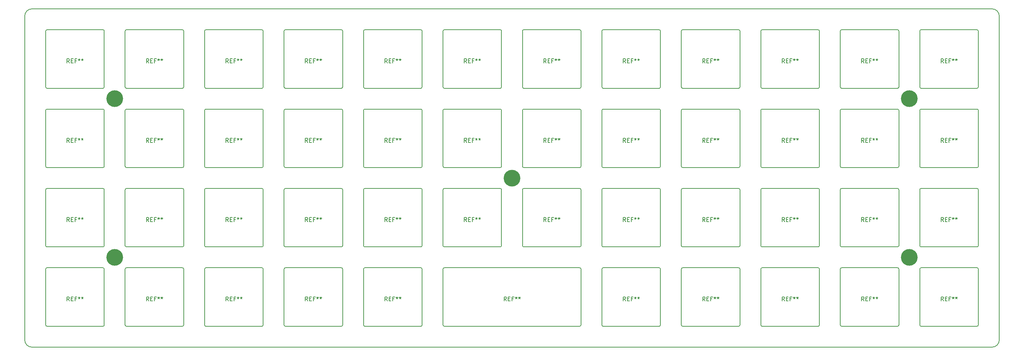
<source format=gbl>
G04 #@! TF.GenerationSoftware,KiCad,Pcbnew,5.0.1*
G04 #@! TF.CreationDate,2019-03-13T00:03:44-03:00*
G04 #@! TF.ProjectId,1Space,3153706163652E6B696361645F706362,V3.0.7*
G04 #@! TF.SameCoordinates,Original*
G04 #@! TF.FileFunction,Copper,L2,Bot,Signal*
G04 #@! TF.FilePolarity,Positive*
%FSLAX46Y46*%
G04 Gerber Fmt 4.6, Leading zero omitted, Abs format (unit mm)*
G04 Created by KiCad (PCBNEW 5.0.1) date Wed 13 Mar 2019 12:03:44 AM -03*
%MOMM*%
%LPD*%
G01*
G04 APERTURE LIST*
G04 #@! TA.AperFunction,NonConductor*
%ADD10C,0.150000*%
G04 #@! TD*
%ADD11C,0.150000*%
G04 #@! TA.AperFunction,EtchedComponent*
%ADD12C,0.150000*%
G04 #@! TD*
G04 #@! TA.AperFunction,ViaPad*
%ADD13C,4.000000*%
G04 #@! TD*
G04 APERTURE END LIST*
D10*
X31939170Y-64000682D02*
G75*
G02X33720426Y-62219426I1781256J0D01*
G01*
X31939170Y-64000682D02*
X31939170Y-141485318D01*
X33720426Y-143266574D02*
G75*
G02X31939170Y-141485318I0J1781256D01*
G01*
X264986830Y-141485318D02*
X264986830Y-64000682D01*
X264986830Y-141485318D02*
G75*
G02X263205574Y-143266574I-1781256J0D01*
G01*
X263205574Y-62219426D02*
G75*
G02X264986830Y-64000682I0J-1781256D01*
G01*
X33720426Y-143266574D02*
X263205574Y-143266574D01*
X33720426Y-62219426D02*
X263205574Y-62219426D01*
G04 #@! TO.C,REF\002A\002A*
D11*
X232629666Y-132195380D02*
X232296333Y-131719190D01*
X232058238Y-132195380D02*
X232058238Y-131195380D01*
X232439190Y-131195380D01*
X232534428Y-131243000D01*
X232582047Y-131290619D01*
X232629666Y-131385857D01*
X232629666Y-131528714D01*
X232582047Y-131623952D01*
X232534428Y-131671571D01*
X232439190Y-131719190D01*
X232058238Y-131719190D01*
X233058238Y-131671571D02*
X233391571Y-131671571D01*
X233534428Y-132195380D02*
X233058238Y-132195380D01*
X233058238Y-131195380D01*
X233534428Y-131195380D01*
X234296333Y-131671571D02*
X233963000Y-131671571D01*
X233963000Y-132195380D02*
X233963000Y-131195380D01*
X234439190Y-131195380D01*
X234963000Y-131195380D02*
X234963000Y-131433476D01*
X234724904Y-131338238D02*
X234963000Y-131433476D01*
X235201095Y-131338238D01*
X234820142Y-131623952D02*
X234963000Y-131433476D01*
X235105857Y-131623952D01*
X235724904Y-131195380D02*
X235724904Y-131433476D01*
X235486809Y-131338238D02*
X235724904Y-131433476D01*
X235963000Y-131338238D01*
X235582047Y-131623952D02*
X235724904Y-131433476D01*
X235867761Y-131623952D01*
X232629666Y-113195380D02*
X232296333Y-112719190D01*
X232058238Y-113195380D02*
X232058238Y-112195380D01*
X232439190Y-112195380D01*
X232534428Y-112243000D01*
X232582047Y-112290619D01*
X232629666Y-112385857D01*
X232629666Y-112528714D01*
X232582047Y-112623952D01*
X232534428Y-112671571D01*
X232439190Y-112719190D01*
X232058238Y-112719190D01*
X233058238Y-112671571D02*
X233391571Y-112671571D01*
X233534428Y-113195380D02*
X233058238Y-113195380D01*
X233058238Y-112195380D01*
X233534428Y-112195380D01*
X234296333Y-112671571D02*
X233963000Y-112671571D01*
X233963000Y-113195380D02*
X233963000Y-112195380D01*
X234439190Y-112195380D01*
X234963000Y-112195380D02*
X234963000Y-112433476D01*
X234724904Y-112338238D02*
X234963000Y-112433476D01*
X235201095Y-112338238D01*
X234820142Y-112623952D02*
X234963000Y-112433476D01*
X235105857Y-112623952D01*
X235724904Y-112195380D02*
X235724904Y-112433476D01*
X235486809Y-112338238D02*
X235724904Y-112433476D01*
X235963000Y-112338238D01*
X235582047Y-112623952D02*
X235724904Y-112433476D01*
X235867761Y-112623952D01*
X232629666Y-75195380D02*
X232296333Y-74719190D01*
X232058238Y-75195380D02*
X232058238Y-74195380D01*
X232439190Y-74195380D01*
X232534428Y-74243000D01*
X232582047Y-74290619D01*
X232629666Y-74385857D01*
X232629666Y-74528714D01*
X232582047Y-74623952D01*
X232534428Y-74671571D01*
X232439190Y-74719190D01*
X232058238Y-74719190D01*
X233058238Y-74671571D02*
X233391571Y-74671571D01*
X233534428Y-75195380D02*
X233058238Y-75195380D01*
X233058238Y-74195380D01*
X233534428Y-74195380D01*
X234296333Y-74671571D02*
X233963000Y-74671571D01*
X233963000Y-75195380D02*
X233963000Y-74195380D01*
X234439190Y-74195380D01*
X234963000Y-74195380D02*
X234963000Y-74433476D01*
X234724904Y-74338238D02*
X234963000Y-74433476D01*
X235201095Y-74338238D01*
X234820142Y-74623952D02*
X234963000Y-74433476D01*
X235105857Y-74623952D01*
X235724904Y-74195380D02*
X235724904Y-74433476D01*
X235486809Y-74338238D02*
X235724904Y-74433476D01*
X235963000Y-74338238D01*
X235582047Y-74623952D02*
X235724904Y-74433476D01*
X235867761Y-74623952D01*
X80629666Y-132195380D02*
X80296333Y-131719190D01*
X80058238Y-132195380D02*
X80058238Y-131195380D01*
X80439190Y-131195380D01*
X80534428Y-131243000D01*
X80582047Y-131290619D01*
X80629666Y-131385857D01*
X80629666Y-131528714D01*
X80582047Y-131623952D01*
X80534428Y-131671571D01*
X80439190Y-131719190D01*
X80058238Y-131719190D01*
X81058238Y-131671571D02*
X81391571Y-131671571D01*
X81534428Y-132195380D02*
X81058238Y-132195380D01*
X81058238Y-131195380D01*
X81534428Y-131195380D01*
X82296333Y-131671571D02*
X81963000Y-131671571D01*
X81963000Y-132195380D02*
X81963000Y-131195380D01*
X82439190Y-131195380D01*
X82963000Y-131195380D02*
X82963000Y-131433476D01*
X82724904Y-131338238D02*
X82963000Y-131433476D01*
X83201095Y-131338238D01*
X82820142Y-131623952D02*
X82963000Y-131433476D01*
X83105857Y-131623952D01*
X83724904Y-131195380D02*
X83724904Y-131433476D01*
X83486809Y-131338238D02*
X83724904Y-131433476D01*
X83963000Y-131338238D01*
X83582047Y-131623952D02*
X83724904Y-131433476D01*
X83867761Y-131623952D01*
X251629666Y-132195380D02*
X251296333Y-131719190D01*
X251058238Y-132195380D02*
X251058238Y-131195380D01*
X251439190Y-131195380D01*
X251534428Y-131243000D01*
X251582047Y-131290619D01*
X251629666Y-131385857D01*
X251629666Y-131528714D01*
X251582047Y-131623952D01*
X251534428Y-131671571D01*
X251439190Y-131719190D01*
X251058238Y-131719190D01*
X252058238Y-131671571D02*
X252391571Y-131671571D01*
X252534428Y-132195380D02*
X252058238Y-132195380D01*
X252058238Y-131195380D01*
X252534428Y-131195380D01*
X253296333Y-131671571D02*
X252963000Y-131671571D01*
X252963000Y-132195380D02*
X252963000Y-131195380D01*
X253439190Y-131195380D01*
X253963000Y-131195380D02*
X253963000Y-131433476D01*
X253724904Y-131338238D02*
X253963000Y-131433476D01*
X254201095Y-131338238D01*
X253820142Y-131623952D02*
X253963000Y-131433476D01*
X254105857Y-131623952D01*
X254724904Y-131195380D02*
X254724904Y-131433476D01*
X254486809Y-131338238D02*
X254724904Y-131433476D01*
X254963000Y-131338238D01*
X254582047Y-131623952D02*
X254724904Y-131433476D01*
X254867761Y-131623952D01*
X194629666Y-132195380D02*
X194296333Y-131719190D01*
X194058238Y-132195380D02*
X194058238Y-131195380D01*
X194439190Y-131195380D01*
X194534428Y-131243000D01*
X194582047Y-131290619D01*
X194629666Y-131385857D01*
X194629666Y-131528714D01*
X194582047Y-131623952D01*
X194534428Y-131671571D01*
X194439190Y-131719190D01*
X194058238Y-131719190D01*
X195058238Y-131671571D02*
X195391571Y-131671571D01*
X195534428Y-132195380D02*
X195058238Y-132195380D01*
X195058238Y-131195380D01*
X195534428Y-131195380D01*
X196296333Y-131671571D02*
X195963000Y-131671571D01*
X195963000Y-132195380D02*
X195963000Y-131195380D01*
X196439190Y-131195380D01*
X196963000Y-131195380D02*
X196963000Y-131433476D01*
X196724904Y-131338238D02*
X196963000Y-131433476D01*
X197201095Y-131338238D01*
X196820142Y-131623952D02*
X196963000Y-131433476D01*
X197105857Y-131623952D01*
X197724904Y-131195380D02*
X197724904Y-131433476D01*
X197486809Y-131338238D02*
X197724904Y-131433476D01*
X197963000Y-131338238D01*
X197582047Y-131623952D02*
X197724904Y-131433476D01*
X197867761Y-131623952D01*
X175629666Y-132195380D02*
X175296333Y-131719190D01*
X175058238Y-132195380D02*
X175058238Y-131195380D01*
X175439190Y-131195380D01*
X175534428Y-131243000D01*
X175582047Y-131290619D01*
X175629666Y-131385857D01*
X175629666Y-131528714D01*
X175582047Y-131623952D01*
X175534428Y-131671571D01*
X175439190Y-131719190D01*
X175058238Y-131719190D01*
X176058238Y-131671571D02*
X176391571Y-131671571D01*
X176534428Y-132195380D02*
X176058238Y-132195380D01*
X176058238Y-131195380D01*
X176534428Y-131195380D01*
X177296333Y-131671571D02*
X176963000Y-131671571D01*
X176963000Y-132195380D02*
X176963000Y-131195380D01*
X177439190Y-131195380D01*
X177963000Y-131195380D02*
X177963000Y-131433476D01*
X177724904Y-131338238D02*
X177963000Y-131433476D01*
X178201095Y-131338238D01*
X177820142Y-131623952D02*
X177963000Y-131433476D01*
X178105857Y-131623952D01*
X178724904Y-131195380D02*
X178724904Y-131433476D01*
X178486809Y-131338238D02*
X178724904Y-131433476D01*
X178963000Y-131338238D01*
X178582047Y-131623952D02*
X178724904Y-131433476D01*
X178867761Y-131623952D01*
X99629666Y-132195380D02*
X99296333Y-131719190D01*
X99058238Y-132195380D02*
X99058238Y-131195380D01*
X99439190Y-131195380D01*
X99534428Y-131243000D01*
X99582047Y-131290619D01*
X99629666Y-131385857D01*
X99629666Y-131528714D01*
X99582047Y-131623952D01*
X99534428Y-131671571D01*
X99439190Y-131719190D01*
X99058238Y-131719190D01*
X100058238Y-131671571D02*
X100391571Y-131671571D01*
X100534428Y-132195380D02*
X100058238Y-132195380D01*
X100058238Y-131195380D01*
X100534428Y-131195380D01*
X101296333Y-131671571D02*
X100963000Y-131671571D01*
X100963000Y-132195380D02*
X100963000Y-131195380D01*
X101439190Y-131195380D01*
X101963000Y-131195380D02*
X101963000Y-131433476D01*
X101724904Y-131338238D02*
X101963000Y-131433476D01*
X102201095Y-131338238D01*
X101820142Y-131623952D02*
X101963000Y-131433476D01*
X102105857Y-131623952D01*
X102724904Y-131195380D02*
X102724904Y-131433476D01*
X102486809Y-131338238D02*
X102724904Y-131433476D01*
X102963000Y-131338238D01*
X102582047Y-131623952D02*
X102724904Y-131433476D01*
X102867761Y-131623952D01*
X118629666Y-132195380D02*
X118296333Y-131719190D01*
X118058238Y-132195380D02*
X118058238Y-131195380D01*
X118439190Y-131195380D01*
X118534428Y-131243000D01*
X118582047Y-131290619D01*
X118629666Y-131385857D01*
X118629666Y-131528714D01*
X118582047Y-131623952D01*
X118534428Y-131671571D01*
X118439190Y-131719190D01*
X118058238Y-131719190D01*
X119058238Y-131671571D02*
X119391571Y-131671571D01*
X119534428Y-132195380D02*
X119058238Y-132195380D01*
X119058238Y-131195380D01*
X119534428Y-131195380D01*
X120296333Y-131671571D02*
X119963000Y-131671571D01*
X119963000Y-132195380D02*
X119963000Y-131195380D01*
X120439190Y-131195380D01*
X120963000Y-131195380D02*
X120963000Y-131433476D01*
X120724904Y-131338238D02*
X120963000Y-131433476D01*
X121201095Y-131338238D01*
X120820142Y-131623952D02*
X120963000Y-131433476D01*
X121105857Y-131623952D01*
X121724904Y-131195380D02*
X121724904Y-131433476D01*
X121486809Y-131338238D02*
X121724904Y-131433476D01*
X121963000Y-131338238D01*
X121582047Y-131623952D02*
X121724904Y-131433476D01*
X121867761Y-131623952D01*
X213629666Y-132195380D02*
X213296333Y-131719190D01*
X213058238Y-132195380D02*
X213058238Y-131195380D01*
X213439190Y-131195380D01*
X213534428Y-131243000D01*
X213582047Y-131290619D01*
X213629666Y-131385857D01*
X213629666Y-131528714D01*
X213582047Y-131623952D01*
X213534428Y-131671571D01*
X213439190Y-131719190D01*
X213058238Y-131719190D01*
X214058238Y-131671571D02*
X214391571Y-131671571D01*
X214534428Y-132195380D02*
X214058238Y-132195380D01*
X214058238Y-131195380D01*
X214534428Y-131195380D01*
X215296333Y-131671571D02*
X214963000Y-131671571D01*
X214963000Y-132195380D02*
X214963000Y-131195380D01*
X215439190Y-131195380D01*
X215963000Y-131195380D02*
X215963000Y-131433476D01*
X215724904Y-131338238D02*
X215963000Y-131433476D01*
X216201095Y-131338238D01*
X215820142Y-131623952D02*
X215963000Y-131433476D01*
X216105857Y-131623952D01*
X216724904Y-131195380D02*
X216724904Y-131433476D01*
X216486809Y-131338238D02*
X216724904Y-131433476D01*
X216963000Y-131338238D01*
X216582047Y-131623952D02*
X216724904Y-131433476D01*
X216867761Y-131623952D01*
X61629666Y-132195380D02*
X61296333Y-131719190D01*
X61058238Y-132195380D02*
X61058238Y-131195380D01*
X61439190Y-131195380D01*
X61534428Y-131243000D01*
X61582047Y-131290619D01*
X61629666Y-131385857D01*
X61629666Y-131528714D01*
X61582047Y-131623952D01*
X61534428Y-131671571D01*
X61439190Y-131719190D01*
X61058238Y-131719190D01*
X62058238Y-131671571D02*
X62391571Y-131671571D01*
X62534428Y-132195380D02*
X62058238Y-132195380D01*
X62058238Y-131195380D01*
X62534428Y-131195380D01*
X63296333Y-131671571D02*
X62963000Y-131671571D01*
X62963000Y-132195380D02*
X62963000Y-131195380D01*
X63439190Y-131195380D01*
X63963000Y-131195380D02*
X63963000Y-131433476D01*
X63724904Y-131338238D02*
X63963000Y-131433476D01*
X64201095Y-131338238D01*
X63820142Y-131623952D02*
X63963000Y-131433476D01*
X64105857Y-131623952D01*
X64724904Y-131195380D02*
X64724904Y-131433476D01*
X64486809Y-131338238D02*
X64724904Y-131433476D01*
X64963000Y-131338238D01*
X64582047Y-131623952D02*
X64724904Y-131433476D01*
X64867761Y-131623952D01*
X42629666Y-132195380D02*
X42296333Y-131719190D01*
X42058238Y-132195380D02*
X42058238Y-131195380D01*
X42439190Y-131195380D01*
X42534428Y-131243000D01*
X42582047Y-131290619D01*
X42629666Y-131385857D01*
X42629666Y-131528714D01*
X42582047Y-131623952D01*
X42534428Y-131671571D01*
X42439190Y-131719190D01*
X42058238Y-131719190D01*
X43058238Y-131671571D02*
X43391571Y-131671571D01*
X43534428Y-132195380D02*
X43058238Y-132195380D01*
X43058238Y-131195380D01*
X43534428Y-131195380D01*
X44296333Y-131671571D02*
X43963000Y-131671571D01*
X43963000Y-132195380D02*
X43963000Y-131195380D01*
X44439190Y-131195380D01*
X44963000Y-131195380D02*
X44963000Y-131433476D01*
X44724904Y-131338238D02*
X44963000Y-131433476D01*
X45201095Y-131338238D01*
X44820142Y-131623952D02*
X44963000Y-131433476D01*
X45105857Y-131623952D01*
X45724904Y-131195380D02*
X45724904Y-131433476D01*
X45486809Y-131338238D02*
X45724904Y-131433476D01*
X45963000Y-131338238D01*
X45582047Y-131623952D02*
X45724904Y-131433476D01*
X45867761Y-131623952D01*
X194629666Y-113195380D02*
X194296333Y-112719190D01*
X194058238Y-113195380D02*
X194058238Y-112195380D01*
X194439190Y-112195380D01*
X194534428Y-112243000D01*
X194582047Y-112290619D01*
X194629666Y-112385857D01*
X194629666Y-112528714D01*
X194582047Y-112623952D01*
X194534428Y-112671571D01*
X194439190Y-112719190D01*
X194058238Y-112719190D01*
X195058238Y-112671571D02*
X195391571Y-112671571D01*
X195534428Y-113195380D02*
X195058238Y-113195380D01*
X195058238Y-112195380D01*
X195534428Y-112195380D01*
X196296333Y-112671571D02*
X195963000Y-112671571D01*
X195963000Y-113195380D02*
X195963000Y-112195380D01*
X196439190Y-112195380D01*
X196963000Y-112195380D02*
X196963000Y-112433476D01*
X196724904Y-112338238D02*
X196963000Y-112433476D01*
X197201095Y-112338238D01*
X196820142Y-112623952D02*
X196963000Y-112433476D01*
X197105857Y-112623952D01*
X197724904Y-112195380D02*
X197724904Y-112433476D01*
X197486809Y-112338238D02*
X197724904Y-112433476D01*
X197963000Y-112338238D01*
X197582047Y-112623952D02*
X197724904Y-112433476D01*
X197867761Y-112623952D01*
X251629666Y-113195380D02*
X251296333Y-112719190D01*
X251058238Y-113195380D02*
X251058238Y-112195380D01*
X251439190Y-112195380D01*
X251534428Y-112243000D01*
X251582047Y-112290619D01*
X251629666Y-112385857D01*
X251629666Y-112528714D01*
X251582047Y-112623952D01*
X251534428Y-112671571D01*
X251439190Y-112719190D01*
X251058238Y-112719190D01*
X252058238Y-112671571D02*
X252391571Y-112671571D01*
X252534428Y-113195380D02*
X252058238Y-113195380D01*
X252058238Y-112195380D01*
X252534428Y-112195380D01*
X253296333Y-112671571D02*
X252963000Y-112671571D01*
X252963000Y-113195380D02*
X252963000Y-112195380D01*
X253439190Y-112195380D01*
X253963000Y-112195380D02*
X253963000Y-112433476D01*
X253724904Y-112338238D02*
X253963000Y-112433476D01*
X254201095Y-112338238D01*
X253820142Y-112623952D02*
X253963000Y-112433476D01*
X254105857Y-112623952D01*
X254724904Y-112195380D02*
X254724904Y-112433476D01*
X254486809Y-112338238D02*
X254724904Y-112433476D01*
X254963000Y-112338238D01*
X254582047Y-112623952D02*
X254724904Y-112433476D01*
X254867761Y-112623952D01*
X80629666Y-113195380D02*
X80296333Y-112719190D01*
X80058238Y-113195380D02*
X80058238Y-112195380D01*
X80439190Y-112195380D01*
X80534428Y-112243000D01*
X80582047Y-112290619D01*
X80629666Y-112385857D01*
X80629666Y-112528714D01*
X80582047Y-112623952D01*
X80534428Y-112671571D01*
X80439190Y-112719190D01*
X80058238Y-112719190D01*
X81058238Y-112671571D02*
X81391571Y-112671571D01*
X81534428Y-113195380D02*
X81058238Y-113195380D01*
X81058238Y-112195380D01*
X81534428Y-112195380D01*
X82296333Y-112671571D02*
X81963000Y-112671571D01*
X81963000Y-113195380D02*
X81963000Y-112195380D01*
X82439190Y-112195380D01*
X82963000Y-112195380D02*
X82963000Y-112433476D01*
X82724904Y-112338238D02*
X82963000Y-112433476D01*
X83201095Y-112338238D01*
X82820142Y-112623952D02*
X82963000Y-112433476D01*
X83105857Y-112623952D01*
X83724904Y-112195380D02*
X83724904Y-112433476D01*
X83486809Y-112338238D02*
X83724904Y-112433476D01*
X83963000Y-112338238D01*
X83582047Y-112623952D02*
X83724904Y-112433476D01*
X83867761Y-112623952D01*
X175629666Y-113195380D02*
X175296333Y-112719190D01*
X175058238Y-113195380D02*
X175058238Y-112195380D01*
X175439190Y-112195380D01*
X175534428Y-112243000D01*
X175582047Y-112290619D01*
X175629666Y-112385857D01*
X175629666Y-112528714D01*
X175582047Y-112623952D01*
X175534428Y-112671571D01*
X175439190Y-112719190D01*
X175058238Y-112719190D01*
X176058238Y-112671571D02*
X176391571Y-112671571D01*
X176534428Y-113195380D02*
X176058238Y-113195380D01*
X176058238Y-112195380D01*
X176534428Y-112195380D01*
X177296333Y-112671571D02*
X176963000Y-112671571D01*
X176963000Y-113195380D02*
X176963000Y-112195380D01*
X177439190Y-112195380D01*
X177963000Y-112195380D02*
X177963000Y-112433476D01*
X177724904Y-112338238D02*
X177963000Y-112433476D01*
X178201095Y-112338238D01*
X177820142Y-112623952D02*
X177963000Y-112433476D01*
X178105857Y-112623952D01*
X178724904Y-112195380D02*
X178724904Y-112433476D01*
X178486809Y-112338238D02*
X178724904Y-112433476D01*
X178963000Y-112338238D01*
X178582047Y-112623952D02*
X178724904Y-112433476D01*
X178867761Y-112623952D01*
X61629666Y-113195380D02*
X61296333Y-112719190D01*
X61058238Y-113195380D02*
X61058238Y-112195380D01*
X61439190Y-112195380D01*
X61534428Y-112243000D01*
X61582047Y-112290619D01*
X61629666Y-112385857D01*
X61629666Y-112528714D01*
X61582047Y-112623952D01*
X61534428Y-112671571D01*
X61439190Y-112719190D01*
X61058238Y-112719190D01*
X62058238Y-112671571D02*
X62391571Y-112671571D01*
X62534428Y-113195380D02*
X62058238Y-113195380D01*
X62058238Y-112195380D01*
X62534428Y-112195380D01*
X63296333Y-112671571D02*
X62963000Y-112671571D01*
X62963000Y-113195380D02*
X62963000Y-112195380D01*
X63439190Y-112195380D01*
X63963000Y-112195380D02*
X63963000Y-112433476D01*
X63724904Y-112338238D02*
X63963000Y-112433476D01*
X64201095Y-112338238D01*
X63820142Y-112623952D02*
X63963000Y-112433476D01*
X64105857Y-112623952D01*
X64724904Y-112195380D02*
X64724904Y-112433476D01*
X64486809Y-112338238D02*
X64724904Y-112433476D01*
X64963000Y-112338238D01*
X64582047Y-112623952D02*
X64724904Y-112433476D01*
X64867761Y-112623952D01*
X42629666Y-113195380D02*
X42296333Y-112719190D01*
X42058238Y-113195380D02*
X42058238Y-112195380D01*
X42439190Y-112195380D01*
X42534428Y-112243000D01*
X42582047Y-112290619D01*
X42629666Y-112385857D01*
X42629666Y-112528714D01*
X42582047Y-112623952D01*
X42534428Y-112671571D01*
X42439190Y-112719190D01*
X42058238Y-112719190D01*
X43058238Y-112671571D02*
X43391571Y-112671571D01*
X43534428Y-113195380D02*
X43058238Y-113195380D01*
X43058238Y-112195380D01*
X43534428Y-112195380D01*
X44296333Y-112671571D02*
X43963000Y-112671571D01*
X43963000Y-113195380D02*
X43963000Y-112195380D01*
X44439190Y-112195380D01*
X44963000Y-112195380D02*
X44963000Y-112433476D01*
X44724904Y-112338238D02*
X44963000Y-112433476D01*
X45201095Y-112338238D01*
X44820142Y-112623952D02*
X44963000Y-112433476D01*
X45105857Y-112623952D01*
X45724904Y-112195380D02*
X45724904Y-112433476D01*
X45486809Y-112338238D02*
X45724904Y-112433476D01*
X45963000Y-112338238D01*
X45582047Y-112623952D02*
X45724904Y-112433476D01*
X45867761Y-112623952D01*
X137629666Y-113195380D02*
X137296333Y-112719190D01*
X137058238Y-113195380D02*
X137058238Y-112195380D01*
X137439190Y-112195380D01*
X137534428Y-112243000D01*
X137582047Y-112290619D01*
X137629666Y-112385857D01*
X137629666Y-112528714D01*
X137582047Y-112623952D01*
X137534428Y-112671571D01*
X137439190Y-112719190D01*
X137058238Y-112719190D01*
X138058238Y-112671571D02*
X138391571Y-112671571D01*
X138534428Y-113195380D02*
X138058238Y-113195380D01*
X138058238Y-112195380D01*
X138534428Y-112195380D01*
X139296333Y-112671571D02*
X138963000Y-112671571D01*
X138963000Y-113195380D02*
X138963000Y-112195380D01*
X139439190Y-112195380D01*
X139963000Y-112195380D02*
X139963000Y-112433476D01*
X139724904Y-112338238D02*
X139963000Y-112433476D01*
X140201095Y-112338238D01*
X139820142Y-112623952D02*
X139963000Y-112433476D01*
X140105857Y-112623952D01*
X140724904Y-112195380D02*
X140724904Y-112433476D01*
X140486809Y-112338238D02*
X140724904Y-112433476D01*
X140963000Y-112338238D01*
X140582047Y-112623952D02*
X140724904Y-112433476D01*
X140867761Y-112623952D01*
X156629666Y-113195380D02*
X156296333Y-112719190D01*
X156058238Y-113195380D02*
X156058238Y-112195380D01*
X156439190Y-112195380D01*
X156534428Y-112243000D01*
X156582047Y-112290619D01*
X156629666Y-112385857D01*
X156629666Y-112528714D01*
X156582047Y-112623952D01*
X156534428Y-112671571D01*
X156439190Y-112719190D01*
X156058238Y-112719190D01*
X157058238Y-112671571D02*
X157391571Y-112671571D01*
X157534428Y-113195380D02*
X157058238Y-113195380D01*
X157058238Y-112195380D01*
X157534428Y-112195380D01*
X158296333Y-112671571D02*
X157963000Y-112671571D01*
X157963000Y-113195380D02*
X157963000Y-112195380D01*
X158439190Y-112195380D01*
X158963000Y-112195380D02*
X158963000Y-112433476D01*
X158724904Y-112338238D02*
X158963000Y-112433476D01*
X159201095Y-112338238D01*
X158820142Y-112623952D02*
X158963000Y-112433476D01*
X159105857Y-112623952D01*
X159724904Y-112195380D02*
X159724904Y-112433476D01*
X159486809Y-112338238D02*
X159724904Y-112433476D01*
X159963000Y-112338238D01*
X159582047Y-112623952D02*
X159724904Y-112433476D01*
X159867761Y-112623952D01*
X99629666Y-113195380D02*
X99296333Y-112719190D01*
X99058238Y-113195380D02*
X99058238Y-112195380D01*
X99439190Y-112195380D01*
X99534428Y-112243000D01*
X99582047Y-112290619D01*
X99629666Y-112385857D01*
X99629666Y-112528714D01*
X99582047Y-112623952D01*
X99534428Y-112671571D01*
X99439190Y-112719190D01*
X99058238Y-112719190D01*
X100058238Y-112671571D02*
X100391571Y-112671571D01*
X100534428Y-113195380D02*
X100058238Y-113195380D01*
X100058238Y-112195380D01*
X100534428Y-112195380D01*
X101296333Y-112671571D02*
X100963000Y-112671571D01*
X100963000Y-113195380D02*
X100963000Y-112195380D01*
X101439190Y-112195380D01*
X101963000Y-112195380D02*
X101963000Y-112433476D01*
X101724904Y-112338238D02*
X101963000Y-112433476D01*
X102201095Y-112338238D01*
X101820142Y-112623952D02*
X101963000Y-112433476D01*
X102105857Y-112623952D01*
X102724904Y-112195380D02*
X102724904Y-112433476D01*
X102486809Y-112338238D02*
X102724904Y-112433476D01*
X102963000Y-112338238D01*
X102582047Y-112623952D02*
X102724904Y-112433476D01*
X102867761Y-112623952D01*
X213629666Y-113195380D02*
X213296333Y-112719190D01*
X213058238Y-113195380D02*
X213058238Y-112195380D01*
X213439190Y-112195380D01*
X213534428Y-112243000D01*
X213582047Y-112290619D01*
X213629666Y-112385857D01*
X213629666Y-112528714D01*
X213582047Y-112623952D01*
X213534428Y-112671571D01*
X213439190Y-112719190D01*
X213058238Y-112719190D01*
X214058238Y-112671571D02*
X214391571Y-112671571D01*
X214534428Y-113195380D02*
X214058238Y-113195380D01*
X214058238Y-112195380D01*
X214534428Y-112195380D01*
X215296333Y-112671571D02*
X214963000Y-112671571D01*
X214963000Y-113195380D02*
X214963000Y-112195380D01*
X215439190Y-112195380D01*
X215963000Y-112195380D02*
X215963000Y-112433476D01*
X215724904Y-112338238D02*
X215963000Y-112433476D01*
X216201095Y-112338238D01*
X215820142Y-112623952D02*
X215963000Y-112433476D01*
X216105857Y-112623952D01*
X216724904Y-112195380D02*
X216724904Y-112433476D01*
X216486809Y-112338238D02*
X216724904Y-112433476D01*
X216963000Y-112338238D01*
X216582047Y-112623952D02*
X216724904Y-112433476D01*
X216867761Y-112623952D01*
X118629666Y-113195380D02*
X118296333Y-112719190D01*
X118058238Y-113195380D02*
X118058238Y-112195380D01*
X118439190Y-112195380D01*
X118534428Y-112243000D01*
X118582047Y-112290619D01*
X118629666Y-112385857D01*
X118629666Y-112528714D01*
X118582047Y-112623952D01*
X118534428Y-112671571D01*
X118439190Y-112719190D01*
X118058238Y-112719190D01*
X119058238Y-112671571D02*
X119391571Y-112671571D01*
X119534428Y-113195380D02*
X119058238Y-113195380D01*
X119058238Y-112195380D01*
X119534428Y-112195380D01*
X120296333Y-112671571D02*
X119963000Y-112671571D01*
X119963000Y-113195380D02*
X119963000Y-112195380D01*
X120439190Y-112195380D01*
X120963000Y-112195380D02*
X120963000Y-112433476D01*
X120724904Y-112338238D02*
X120963000Y-112433476D01*
X121201095Y-112338238D01*
X120820142Y-112623952D02*
X120963000Y-112433476D01*
X121105857Y-112623952D01*
X121724904Y-112195380D02*
X121724904Y-112433476D01*
X121486809Y-112338238D02*
X121724904Y-112433476D01*
X121963000Y-112338238D01*
X121582047Y-112623952D02*
X121724904Y-112433476D01*
X121867761Y-112623952D01*
X118629666Y-75195380D02*
X118296333Y-74719190D01*
X118058238Y-75195380D02*
X118058238Y-74195380D01*
X118439190Y-74195380D01*
X118534428Y-74243000D01*
X118582047Y-74290619D01*
X118629666Y-74385857D01*
X118629666Y-74528714D01*
X118582047Y-74623952D01*
X118534428Y-74671571D01*
X118439190Y-74719190D01*
X118058238Y-74719190D01*
X119058238Y-74671571D02*
X119391571Y-74671571D01*
X119534428Y-75195380D02*
X119058238Y-75195380D01*
X119058238Y-74195380D01*
X119534428Y-74195380D01*
X120296333Y-74671571D02*
X119963000Y-74671571D01*
X119963000Y-75195380D02*
X119963000Y-74195380D01*
X120439190Y-74195380D01*
X120963000Y-74195380D02*
X120963000Y-74433476D01*
X120724904Y-74338238D02*
X120963000Y-74433476D01*
X121201095Y-74338238D01*
X120820142Y-74623952D02*
X120963000Y-74433476D01*
X121105857Y-74623952D01*
X121724904Y-74195380D02*
X121724904Y-74433476D01*
X121486809Y-74338238D02*
X121724904Y-74433476D01*
X121963000Y-74338238D01*
X121582047Y-74623952D02*
X121724904Y-74433476D01*
X121867761Y-74623952D01*
X156629666Y-75195380D02*
X156296333Y-74719190D01*
X156058238Y-75195380D02*
X156058238Y-74195380D01*
X156439190Y-74195380D01*
X156534428Y-74243000D01*
X156582047Y-74290619D01*
X156629666Y-74385857D01*
X156629666Y-74528714D01*
X156582047Y-74623952D01*
X156534428Y-74671571D01*
X156439190Y-74719190D01*
X156058238Y-74719190D01*
X157058238Y-74671571D02*
X157391571Y-74671571D01*
X157534428Y-75195380D02*
X157058238Y-75195380D01*
X157058238Y-74195380D01*
X157534428Y-74195380D01*
X158296333Y-74671571D02*
X157963000Y-74671571D01*
X157963000Y-75195380D02*
X157963000Y-74195380D01*
X158439190Y-74195380D01*
X158963000Y-74195380D02*
X158963000Y-74433476D01*
X158724904Y-74338238D02*
X158963000Y-74433476D01*
X159201095Y-74338238D01*
X158820142Y-74623952D02*
X158963000Y-74433476D01*
X159105857Y-74623952D01*
X159724904Y-74195380D02*
X159724904Y-74433476D01*
X159486809Y-74338238D02*
X159724904Y-74433476D01*
X159963000Y-74338238D01*
X159582047Y-74623952D02*
X159724904Y-74433476D01*
X159867761Y-74623952D01*
X137629666Y-75195380D02*
X137296333Y-74719190D01*
X137058238Y-75195380D02*
X137058238Y-74195380D01*
X137439190Y-74195380D01*
X137534428Y-74243000D01*
X137582047Y-74290619D01*
X137629666Y-74385857D01*
X137629666Y-74528714D01*
X137582047Y-74623952D01*
X137534428Y-74671571D01*
X137439190Y-74719190D01*
X137058238Y-74719190D01*
X138058238Y-74671571D02*
X138391571Y-74671571D01*
X138534428Y-75195380D02*
X138058238Y-75195380D01*
X138058238Y-74195380D01*
X138534428Y-74195380D01*
X139296333Y-74671571D02*
X138963000Y-74671571D01*
X138963000Y-75195380D02*
X138963000Y-74195380D01*
X139439190Y-74195380D01*
X139963000Y-74195380D02*
X139963000Y-74433476D01*
X139724904Y-74338238D02*
X139963000Y-74433476D01*
X140201095Y-74338238D01*
X139820142Y-74623952D02*
X139963000Y-74433476D01*
X140105857Y-74623952D01*
X140724904Y-74195380D02*
X140724904Y-74433476D01*
X140486809Y-74338238D02*
X140724904Y-74433476D01*
X140963000Y-74338238D01*
X140582047Y-74623952D02*
X140724904Y-74433476D01*
X140867761Y-74623952D01*
X99629666Y-75195380D02*
X99296333Y-74719190D01*
X99058238Y-75195380D02*
X99058238Y-74195380D01*
X99439190Y-74195380D01*
X99534428Y-74243000D01*
X99582047Y-74290619D01*
X99629666Y-74385857D01*
X99629666Y-74528714D01*
X99582047Y-74623952D01*
X99534428Y-74671571D01*
X99439190Y-74719190D01*
X99058238Y-74719190D01*
X100058238Y-74671571D02*
X100391571Y-74671571D01*
X100534428Y-75195380D02*
X100058238Y-75195380D01*
X100058238Y-74195380D01*
X100534428Y-74195380D01*
X101296333Y-74671571D02*
X100963000Y-74671571D01*
X100963000Y-75195380D02*
X100963000Y-74195380D01*
X101439190Y-74195380D01*
X101963000Y-74195380D02*
X101963000Y-74433476D01*
X101724904Y-74338238D02*
X101963000Y-74433476D01*
X102201095Y-74338238D01*
X101820142Y-74623952D02*
X101963000Y-74433476D01*
X102105857Y-74623952D01*
X102724904Y-74195380D02*
X102724904Y-74433476D01*
X102486809Y-74338238D02*
X102724904Y-74433476D01*
X102963000Y-74338238D01*
X102582047Y-74623952D02*
X102724904Y-74433476D01*
X102867761Y-74623952D01*
X194629666Y-75195380D02*
X194296333Y-74719190D01*
X194058238Y-75195380D02*
X194058238Y-74195380D01*
X194439190Y-74195380D01*
X194534428Y-74243000D01*
X194582047Y-74290619D01*
X194629666Y-74385857D01*
X194629666Y-74528714D01*
X194582047Y-74623952D01*
X194534428Y-74671571D01*
X194439190Y-74719190D01*
X194058238Y-74719190D01*
X195058238Y-74671571D02*
X195391571Y-74671571D01*
X195534428Y-75195380D02*
X195058238Y-75195380D01*
X195058238Y-74195380D01*
X195534428Y-74195380D01*
X196296333Y-74671571D02*
X195963000Y-74671571D01*
X195963000Y-75195380D02*
X195963000Y-74195380D01*
X196439190Y-74195380D01*
X196963000Y-74195380D02*
X196963000Y-74433476D01*
X196724904Y-74338238D02*
X196963000Y-74433476D01*
X197201095Y-74338238D01*
X196820142Y-74623952D02*
X196963000Y-74433476D01*
X197105857Y-74623952D01*
X197724904Y-74195380D02*
X197724904Y-74433476D01*
X197486809Y-74338238D02*
X197724904Y-74433476D01*
X197963000Y-74338238D01*
X197582047Y-74623952D02*
X197724904Y-74433476D01*
X197867761Y-74623952D01*
X175629666Y-75195380D02*
X175296333Y-74719190D01*
X175058238Y-75195380D02*
X175058238Y-74195380D01*
X175439190Y-74195380D01*
X175534428Y-74243000D01*
X175582047Y-74290619D01*
X175629666Y-74385857D01*
X175629666Y-74528714D01*
X175582047Y-74623952D01*
X175534428Y-74671571D01*
X175439190Y-74719190D01*
X175058238Y-74719190D01*
X176058238Y-74671571D02*
X176391571Y-74671571D01*
X176534428Y-75195380D02*
X176058238Y-75195380D01*
X176058238Y-74195380D01*
X176534428Y-74195380D01*
X177296333Y-74671571D02*
X176963000Y-74671571D01*
X176963000Y-75195380D02*
X176963000Y-74195380D01*
X177439190Y-74195380D01*
X177963000Y-74195380D02*
X177963000Y-74433476D01*
X177724904Y-74338238D02*
X177963000Y-74433476D01*
X178201095Y-74338238D01*
X177820142Y-74623952D02*
X177963000Y-74433476D01*
X178105857Y-74623952D01*
X178724904Y-74195380D02*
X178724904Y-74433476D01*
X178486809Y-74338238D02*
X178724904Y-74433476D01*
X178963000Y-74338238D01*
X178582047Y-74623952D02*
X178724904Y-74433476D01*
X178867761Y-74623952D01*
X251629666Y-75195380D02*
X251296333Y-74719190D01*
X251058238Y-75195380D02*
X251058238Y-74195380D01*
X251439190Y-74195380D01*
X251534428Y-74243000D01*
X251582047Y-74290619D01*
X251629666Y-74385857D01*
X251629666Y-74528714D01*
X251582047Y-74623952D01*
X251534428Y-74671571D01*
X251439190Y-74719190D01*
X251058238Y-74719190D01*
X252058238Y-74671571D02*
X252391571Y-74671571D01*
X252534428Y-75195380D02*
X252058238Y-75195380D01*
X252058238Y-74195380D01*
X252534428Y-74195380D01*
X253296333Y-74671571D02*
X252963000Y-74671571D01*
X252963000Y-75195380D02*
X252963000Y-74195380D01*
X253439190Y-74195380D01*
X253963000Y-74195380D02*
X253963000Y-74433476D01*
X253724904Y-74338238D02*
X253963000Y-74433476D01*
X254201095Y-74338238D01*
X253820142Y-74623952D02*
X253963000Y-74433476D01*
X254105857Y-74623952D01*
X254724904Y-74195380D02*
X254724904Y-74433476D01*
X254486809Y-74338238D02*
X254724904Y-74433476D01*
X254963000Y-74338238D01*
X254582047Y-74623952D02*
X254724904Y-74433476D01*
X254867761Y-74623952D01*
X80629666Y-75195380D02*
X80296333Y-74719190D01*
X80058238Y-75195380D02*
X80058238Y-74195380D01*
X80439190Y-74195380D01*
X80534428Y-74243000D01*
X80582047Y-74290619D01*
X80629666Y-74385857D01*
X80629666Y-74528714D01*
X80582047Y-74623952D01*
X80534428Y-74671571D01*
X80439190Y-74719190D01*
X80058238Y-74719190D01*
X81058238Y-74671571D02*
X81391571Y-74671571D01*
X81534428Y-75195380D02*
X81058238Y-75195380D01*
X81058238Y-74195380D01*
X81534428Y-74195380D01*
X82296333Y-74671571D02*
X81963000Y-74671571D01*
X81963000Y-75195380D02*
X81963000Y-74195380D01*
X82439190Y-74195380D01*
X82963000Y-74195380D02*
X82963000Y-74433476D01*
X82724904Y-74338238D02*
X82963000Y-74433476D01*
X83201095Y-74338238D01*
X82820142Y-74623952D02*
X82963000Y-74433476D01*
X83105857Y-74623952D01*
X83724904Y-74195380D02*
X83724904Y-74433476D01*
X83486809Y-74338238D02*
X83724904Y-74433476D01*
X83963000Y-74338238D01*
X83582047Y-74623952D02*
X83724904Y-74433476D01*
X83867761Y-74623952D01*
X61629666Y-75195380D02*
X61296333Y-74719190D01*
X61058238Y-75195380D02*
X61058238Y-74195380D01*
X61439190Y-74195380D01*
X61534428Y-74243000D01*
X61582047Y-74290619D01*
X61629666Y-74385857D01*
X61629666Y-74528714D01*
X61582047Y-74623952D01*
X61534428Y-74671571D01*
X61439190Y-74719190D01*
X61058238Y-74719190D01*
X62058238Y-74671571D02*
X62391571Y-74671571D01*
X62534428Y-75195380D02*
X62058238Y-75195380D01*
X62058238Y-74195380D01*
X62534428Y-74195380D01*
X63296333Y-74671571D02*
X62963000Y-74671571D01*
X62963000Y-75195380D02*
X62963000Y-74195380D01*
X63439190Y-74195380D01*
X63963000Y-74195380D02*
X63963000Y-74433476D01*
X63724904Y-74338238D02*
X63963000Y-74433476D01*
X64201095Y-74338238D01*
X63820142Y-74623952D02*
X63963000Y-74433476D01*
X64105857Y-74623952D01*
X64724904Y-74195380D02*
X64724904Y-74433476D01*
X64486809Y-74338238D02*
X64724904Y-74433476D01*
X64963000Y-74338238D01*
X64582047Y-74623952D02*
X64724904Y-74433476D01*
X64867761Y-74623952D01*
X213629666Y-75195380D02*
X213296333Y-74719190D01*
X213058238Y-75195380D02*
X213058238Y-74195380D01*
X213439190Y-74195380D01*
X213534428Y-74243000D01*
X213582047Y-74290619D01*
X213629666Y-74385857D01*
X213629666Y-74528714D01*
X213582047Y-74623952D01*
X213534428Y-74671571D01*
X213439190Y-74719190D01*
X213058238Y-74719190D01*
X214058238Y-74671571D02*
X214391571Y-74671571D01*
X214534428Y-75195380D02*
X214058238Y-75195380D01*
X214058238Y-74195380D01*
X214534428Y-74195380D01*
X215296333Y-74671571D02*
X214963000Y-74671571D01*
X214963000Y-75195380D02*
X214963000Y-74195380D01*
X215439190Y-74195380D01*
X215963000Y-74195380D02*
X215963000Y-74433476D01*
X215724904Y-74338238D02*
X215963000Y-74433476D01*
X216201095Y-74338238D01*
X215820142Y-74623952D02*
X215963000Y-74433476D01*
X216105857Y-74623952D01*
X216724904Y-74195380D02*
X216724904Y-74433476D01*
X216486809Y-74338238D02*
X216724904Y-74433476D01*
X216963000Y-74338238D01*
X216582047Y-74623952D02*
X216724904Y-74433476D01*
X216867761Y-74623952D01*
X42629666Y-75195380D02*
X42296333Y-74719190D01*
X42058238Y-75195380D02*
X42058238Y-74195380D01*
X42439190Y-74195380D01*
X42534428Y-74243000D01*
X42582047Y-74290619D01*
X42629666Y-74385857D01*
X42629666Y-74528714D01*
X42582047Y-74623952D01*
X42534428Y-74671571D01*
X42439190Y-74719190D01*
X42058238Y-74719190D01*
X43058238Y-74671571D02*
X43391571Y-74671571D01*
X43534428Y-75195380D02*
X43058238Y-75195380D01*
X43058238Y-74195380D01*
X43534428Y-74195380D01*
X44296333Y-74671571D02*
X43963000Y-74671571D01*
X43963000Y-75195380D02*
X43963000Y-74195380D01*
X44439190Y-74195380D01*
X44963000Y-74195380D02*
X44963000Y-74433476D01*
X44724904Y-74338238D02*
X44963000Y-74433476D01*
X45201095Y-74338238D01*
X44820142Y-74623952D02*
X44963000Y-74433476D01*
X45105857Y-74623952D01*
X45724904Y-74195380D02*
X45724904Y-74433476D01*
X45486809Y-74338238D02*
X45724904Y-74433476D01*
X45963000Y-74338238D01*
X45582047Y-74623952D02*
X45724904Y-74433476D01*
X45867761Y-74623952D01*
X251629666Y-94195380D02*
X251296333Y-93719190D01*
X251058238Y-94195380D02*
X251058238Y-93195380D01*
X251439190Y-93195380D01*
X251534428Y-93243000D01*
X251582047Y-93290619D01*
X251629666Y-93385857D01*
X251629666Y-93528714D01*
X251582047Y-93623952D01*
X251534428Y-93671571D01*
X251439190Y-93719190D01*
X251058238Y-93719190D01*
X252058238Y-93671571D02*
X252391571Y-93671571D01*
X252534428Y-94195380D02*
X252058238Y-94195380D01*
X252058238Y-93195380D01*
X252534428Y-93195380D01*
X253296333Y-93671571D02*
X252963000Y-93671571D01*
X252963000Y-94195380D02*
X252963000Y-93195380D01*
X253439190Y-93195380D01*
X253963000Y-93195380D02*
X253963000Y-93433476D01*
X253724904Y-93338238D02*
X253963000Y-93433476D01*
X254201095Y-93338238D01*
X253820142Y-93623952D02*
X253963000Y-93433476D01*
X254105857Y-93623952D01*
X254724904Y-93195380D02*
X254724904Y-93433476D01*
X254486809Y-93338238D02*
X254724904Y-93433476D01*
X254963000Y-93338238D01*
X254582047Y-93623952D02*
X254724904Y-93433476D01*
X254867761Y-93623952D01*
X232629666Y-94195380D02*
X232296333Y-93719190D01*
X232058238Y-94195380D02*
X232058238Y-93195380D01*
X232439190Y-93195380D01*
X232534428Y-93243000D01*
X232582047Y-93290619D01*
X232629666Y-93385857D01*
X232629666Y-93528714D01*
X232582047Y-93623952D01*
X232534428Y-93671571D01*
X232439190Y-93719190D01*
X232058238Y-93719190D01*
X233058238Y-93671571D02*
X233391571Y-93671571D01*
X233534428Y-94195380D02*
X233058238Y-94195380D01*
X233058238Y-93195380D01*
X233534428Y-93195380D01*
X234296333Y-93671571D02*
X233963000Y-93671571D01*
X233963000Y-94195380D02*
X233963000Y-93195380D01*
X234439190Y-93195380D01*
X234963000Y-93195380D02*
X234963000Y-93433476D01*
X234724904Y-93338238D02*
X234963000Y-93433476D01*
X235201095Y-93338238D01*
X234820142Y-93623952D02*
X234963000Y-93433476D01*
X235105857Y-93623952D01*
X235724904Y-93195380D02*
X235724904Y-93433476D01*
X235486809Y-93338238D02*
X235724904Y-93433476D01*
X235963000Y-93338238D01*
X235582047Y-93623952D02*
X235724904Y-93433476D01*
X235867761Y-93623952D01*
X213629666Y-94195380D02*
X213296333Y-93719190D01*
X213058238Y-94195380D02*
X213058238Y-93195380D01*
X213439190Y-93195380D01*
X213534428Y-93243000D01*
X213582047Y-93290619D01*
X213629666Y-93385857D01*
X213629666Y-93528714D01*
X213582047Y-93623952D01*
X213534428Y-93671571D01*
X213439190Y-93719190D01*
X213058238Y-93719190D01*
X214058238Y-93671571D02*
X214391571Y-93671571D01*
X214534428Y-94195380D02*
X214058238Y-94195380D01*
X214058238Y-93195380D01*
X214534428Y-93195380D01*
X215296333Y-93671571D02*
X214963000Y-93671571D01*
X214963000Y-94195380D02*
X214963000Y-93195380D01*
X215439190Y-93195380D01*
X215963000Y-93195380D02*
X215963000Y-93433476D01*
X215724904Y-93338238D02*
X215963000Y-93433476D01*
X216201095Y-93338238D01*
X215820142Y-93623952D02*
X215963000Y-93433476D01*
X216105857Y-93623952D01*
X216724904Y-93195380D02*
X216724904Y-93433476D01*
X216486809Y-93338238D02*
X216724904Y-93433476D01*
X216963000Y-93338238D01*
X216582047Y-93623952D02*
X216724904Y-93433476D01*
X216867761Y-93623952D01*
X194629666Y-94195380D02*
X194296333Y-93719190D01*
X194058238Y-94195380D02*
X194058238Y-93195380D01*
X194439190Y-93195380D01*
X194534428Y-93243000D01*
X194582047Y-93290619D01*
X194629666Y-93385857D01*
X194629666Y-93528714D01*
X194582047Y-93623952D01*
X194534428Y-93671571D01*
X194439190Y-93719190D01*
X194058238Y-93719190D01*
X195058238Y-93671571D02*
X195391571Y-93671571D01*
X195534428Y-94195380D02*
X195058238Y-94195380D01*
X195058238Y-93195380D01*
X195534428Y-93195380D01*
X196296333Y-93671571D02*
X195963000Y-93671571D01*
X195963000Y-94195380D02*
X195963000Y-93195380D01*
X196439190Y-93195380D01*
X196963000Y-93195380D02*
X196963000Y-93433476D01*
X196724904Y-93338238D02*
X196963000Y-93433476D01*
X197201095Y-93338238D01*
X196820142Y-93623952D02*
X196963000Y-93433476D01*
X197105857Y-93623952D01*
X197724904Y-93195380D02*
X197724904Y-93433476D01*
X197486809Y-93338238D02*
X197724904Y-93433476D01*
X197963000Y-93338238D01*
X197582047Y-93623952D02*
X197724904Y-93433476D01*
X197867761Y-93623952D01*
X175629666Y-94195380D02*
X175296333Y-93719190D01*
X175058238Y-94195380D02*
X175058238Y-93195380D01*
X175439190Y-93195380D01*
X175534428Y-93243000D01*
X175582047Y-93290619D01*
X175629666Y-93385857D01*
X175629666Y-93528714D01*
X175582047Y-93623952D01*
X175534428Y-93671571D01*
X175439190Y-93719190D01*
X175058238Y-93719190D01*
X176058238Y-93671571D02*
X176391571Y-93671571D01*
X176534428Y-94195380D02*
X176058238Y-94195380D01*
X176058238Y-93195380D01*
X176534428Y-93195380D01*
X177296333Y-93671571D02*
X176963000Y-93671571D01*
X176963000Y-94195380D02*
X176963000Y-93195380D01*
X177439190Y-93195380D01*
X177963000Y-93195380D02*
X177963000Y-93433476D01*
X177724904Y-93338238D02*
X177963000Y-93433476D01*
X178201095Y-93338238D01*
X177820142Y-93623952D02*
X177963000Y-93433476D01*
X178105857Y-93623952D01*
X178724904Y-93195380D02*
X178724904Y-93433476D01*
X178486809Y-93338238D02*
X178724904Y-93433476D01*
X178963000Y-93338238D01*
X178582047Y-93623952D02*
X178724904Y-93433476D01*
X178867761Y-93623952D01*
X42629666Y-94195380D02*
X42296333Y-93719190D01*
X42058238Y-94195380D02*
X42058238Y-93195380D01*
X42439190Y-93195380D01*
X42534428Y-93243000D01*
X42582047Y-93290619D01*
X42629666Y-93385857D01*
X42629666Y-93528714D01*
X42582047Y-93623952D01*
X42534428Y-93671571D01*
X42439190Y-93719190D01*
X42058238Y-93719190D01*
X43058238Y-93671571D02*
X43391571Y-93671571D01*
X43534428Y-94195380D02*
X43058238Y-94195380D01*
X43058238Y-93195380D01*
X43534428Y-93195380D01*
X44296333Y-93671571D02*
X43963000Y-93671571D01*
X43963000Y-94195380D02*
X43963000Y-93195380D01*
X44439190Y-93195380D01*
X44963000Y-93195380D02*
X44963000Y-93433476D01*
X44724904Y-93338238D02*
X44963000Y-93433476D01*
X45201095Y-93338238D01*
X44820142Y-93623952D02*
X44963000Y-93433476D01*
X45105857Y-93623952D01*
X45724904Y-93195380D02*
X45724904Y-93433476D01*
X45486809Y-93338238D02*
X45724904Y-93433476D01*
X45963000Y-93338238D01*
X45582047Y-93623952D02*
X45724904Y-93433476D01*
X45867761Y-93623952D01*
X61629666Y-94195380D02*
X61296333Y-93719190D01*
X61058238Y-94195380D02*
X61058238Y-93195380D01*
X61439190Y-93195380D01*
X61534428Y-93243000D01*
X61582047Y-93290619D01*
X61629666Y-93385857D01*
X61629666Y-93528714D01*
X61582047Y-93623952D01*
X61534428Y-93671571D01*
X61439190Y-93719190D01*
X61058238Y-93719190D01*
X62058238Y-93671571D02*
X62391571Y-93671571D01*
X62534428Y-94195380D02*
X62058238Y-94195380D01*
X62058238Y-93195380D01*
X62534428Y-93195380D01*
X63296333Y-93671571D02*
X62963000Y-93671571D01*
X62963000Y-94195380D02*
X62963000Y-93195380D01*
X63439190Y-93195380D01*
X63963000Y-93195380D02*
X63963000Y-93433476D01*
X63724904Y-93338238D02*
X63963000Y-93433476D01*
X64201095Y-93338238D01*
X63820142Y-93623952D02*
X63963000Y-93433476D01*
X64105857Y-93623952D01*
X64724904Y-93195380D02*
X64724904Y-93433476D01*
X64486809Y-93338238D02*
X64724904Y-93433476D01*
X64963000Y-93338238D01*
X64582047Y-93623952D02*
X64724904Y-93433476D01*
X64867761Y-93623952D01*
X80629666Y-94195380D02*
X80296333Y-93719190D01*
X80058238Y-94195380D02*
X80058238Y-93195380D01*
X80439190Y-93195380D01*
X80534428Y-93243000D01*
X80582047Y-93290619D01*
X80629666Y-93385857D01*
X80629666Y-93528714D01*
X80582047Y-93623952D01*
X80534428Y-93671571D01*
X80439190Y-93719190D01*
X80058238Y-93719190D01*
X81058238Y-93671571D02*
X81391571Y-93671571D01*
X81534428Y-94195380D02*
X81058238Y-94195380D01*
X81058238Y-93195380D01*
X81534428Y-93195380D01*
X82296333Y-93671571D02*
X81963000Y-93671571D01*
X81963000Y-94195380D02*
X81963000Y-93195380D01*
X82439190Y-93195380D01*
X82963000Y-93195380D02*
X82963000Y-93433476D01*
X82724904Y-93338238D02*
X82963000Y-93433476D01*
X83201095Y-93338238D01*
X82820142Y-93623952D02*
X82963000Y-93433476D01*
X83105857Y-93623952D01*
X83724904Y-93195380D02*
X83724904Y-93433476D01*
X83486809Y-93338238D02*
X83724904Y-93433476D01*
X83963000Y-93338238D01*
X83582047Y-93623952D02*
X83724904Y-93433476D01*
X83867761Y-93623952D01*
X99629666Y-94195380D02*
X99296333Y-93719190D01*
X99058238Y-94195380D02*
X99058238Y-93195380D01*
X99439190Y-93195380D01*
X99534428Y-93243000D01*
X99582047Y-93290619D01*
X99629666Y-93385857D01*
X99629666Y-93528714D01*
X99582047Y-93623952D01*
X99534428Y-93671571D01*
X99439190Y-93719190D01*
X99058238Y-93719190D01*
X100058238Y-93671571D02*
X100391571Y-93671571D01*
X100534428Y-94195380D02*
X100058238Y-94195380D01*
X100058238Y-93195380D01*
X100534428Y-93195380D01*
X101296333Y-93671571D02*
X100963000Y-93671571D01*
X100963000Y-94195380D02*
X100963000Y-93195380D01*
X101439190Y-93195380D01*
X101963000Y-93195380D02*
X101963000Y-93433476D01*
X101724904Y-93338238D02*
X101963000Y-93433476D01*
X102201095Y-93338238D01*
X101820142Y-93623952D02*
X101963000Y-93433476D01*
X102105857Y-93623952D01*
X102724904Y-93195380D02*
X102724904Y-93433476D01*
X102486809Y-93338238D02*
X102724904Y-93433476D01*
X102963000Y-93338238D01*
X102582047Y-93623952D02*
X102724904Y-93433476D01*
X102867761Y-93623952D01*
X118629666Y-94195380D02*
X118296333Y-93719190D01*
X118058238Y-94195380D02*
X118058238Y-93195380D01*
X118439190Y-93195380D01*
X118534428Y-93243000D01*
X118582047Y-93290619D01*
X118629666Y-93385857D01*
X118629666Y-93528714D01*
X118582047Y-93623952D01*
X118534428Y-93671571D01*
X118439190Y-93719190D01*
X118058238Y-93719190D01*
X119058238Y-93671571D02*
X119391571Y-93671571D01*
X119534428Y-94195380D02*
X119058238Y-94195380D01*
X119058238Y-93195380D01*
X119534428Y-93195380D01*
X120296333Y-93671571D02*
X119963000Y-93671571D01*
X119963000Y-94195380D02*
X119963000Y-93195380D01*
X120439190Y-93195380D01*
X120963000Y-93195380D02*
X120963000Y-93433476D01*
X120724904Y-93338238D02*
X120963000Y-93433476D01*
X121201095Y-93338238D01*
X120820142Y-93623952D02*
X120963000Y-93433476D01*
X121105857Y-93623952D01*
X121724904Y-93195380D02*
X121724904Y-93433476D01*
X121486809Y-93338238D02*
X121724904Y-93433476D01*
X121963000Y-93338238D01*
X121582047Y-93623952D02*
X121724904Y-93433476D01*
X121867761Y-93623952D01*
X137629666Y-94195380D02*
X137296333Y-93719190D01*
X137058238Y-94195380D02*
X137058238Y-93195380D01*
X137439190Y-93195380D01*
X137534428Y-93243000D01*
X137582047Y-93290619D01*
X137629666Y-93385857D01*
X137629666Y-93528714D01*
X137582047Y-93623952D01*
X137534428Y-93671571D01*
X137439190Y-93719190D01*
X137058238Y-93719190D01*
X138058238Y-93671571D02*
X138391571Y-93671571D01*
X138534428Y-94195380D02*
X138058238Y-94195380D01*
X138058238Y-93195380D01*
X138534428Y-93195380D01*
X139296333Y-93671571D02*
X138963000Y-93671571D01*
X138963000Y-94195380D02*
X138963000Y-93195380D01*
X139439190Y-93195380D01*
X139963000Y-93195380D02*
X139963000Y-93433476D01*
X139724904Y-93338238D02*
X139963000Y-93433476D01*
X140201095Y-93338238D01*
X139820142Y-93623952D02*
X139963000Y-93433476D01*
X140105857Y-93623952D01*
X140724904Y-93195380D02*
X140724904Y-93433476D01*
X140486809Y-93338238D02*
X140724904Y-93433476D01*
X140963000Y-93338238D01*
X140582047Y-93623952D02*
X140724904Y-93433476D01*
X140867761Y-93623952D01*
X156629666Y-94195380D02*
X156296333Y-93719190D01*
X156058238Y-94195380D02*
X156058238Y-93195380D01*
X156439190Y-93195380D01*
X156534428Y-93243000D01*
X156582047Y-93290619D01*
X156629666Y-93385857D01*
X156629666Y-93528714D01*
X156582047Y-93623952D01*
X156534428Y-93671571D01*
X156439190Y-93719190D01*
X156058238Y-93719190D01*
X157058238Y-93671571D02*
X157391571Y-93671571D01*
X157534428Y-94195380D02*
X157058238Y-94195380D01*
X157058238Y-93195380D01*
X157534428Y-93195380D01*
X158296333Y-93671571D02*
X157963000Y-93671571D01*
X157963000Y-94195380D02*
X157963000Y-93195380D01*
X158439190Y-93195380D01*
X158963000Y-93195380D02*
X158963000Y-93433476D01*
X158724904Y-93338238D02*
X158963000Y-93433476D01*
X159201095Y-93338238D01*
X158820142Y-93623952D02*
X158963000Y-93433476D01*
X159105857Y-93623952D01*
X159724904Y-93195380D02*
X159724904Y-93433476D01*
X159486809Y-93338238D02*
X159724904Y-93433476D01*
X159963000Y-93338238D01*
X159582047Y-93623952D02*
X159724904Y-93433476D01*
X159867761Y-93623952D01*
X147129666Y-132195380D02*
X146796333Y-131719190D01*
X146558238Y-132195380D02*
X146558238Y-131195380D01*
X146939190Y-131195380D01*
X147034428Y-131243000D01*
X147082047Y-131290619D01*
X147129666Y-131385857D01*
X147129666Y-131528714D01*
X147082047Y-131623952D01*
X147034428Y-131671571D01*
X146939190Y-131719190D01*
X146558238Y-131719190D01*
X147558238Y-131671571D02*
X147891571Y-131671571D01*
X148034428Y-132195380D02*
X147558238Y-132195380D01*
X147558238Y-131195380D01*
X148034428Y-131195380D01*
X148796333Y-131671571D02*
X148463000Y-131671571D01*
X148463000Y-132195380D02*
X148463000Y-131195380D01*
X148939190Y-131195380D01*
X149463000Y-131195380D02*
X149463000Y-131433476D01*
X149224904Y-131338238D02*
X149463000Y-131433476D01*
X149701095Y-131338238D01*
X149320142Y-131623952D02*
X149463000Y-131433476D01*
X149605857Y-131623952D01*
X150224904Y-131195380D02*
X150224904Y-131433476D01*
X149986809Y-131338238D02*
X150224904Y-131433476D01*
X150463000Y-131338238D01*
X150082047Y-131623952D02*
X150224904Y-131433476D01*
X150367761Y-131623952D01*
D12*
X240663000Y-124243000D02*
X227263000Y-124243000D01*
X226963000Y-124543000D02*
X226963000Y-137943000D01*
X227263000Y-138243000D02*
X240663000Y-138243000D01*
X240963000Y-137943000D02*
X240963000Y-124543000D01*
X226963000Y-124543000D02*
G75*
G02X227263000Y-124243000I300000J0D01*
G01*
X240663000Y-124243000D02*
G75*
G02X240963000Y-124543000I0J-300000D01*
G01*
X240963000Y-137943000D02*
G75*
G02X240663000Y-138243000I-300000J0D01*
G01*
X227263000Y-138243000D02*
G75*
G02X226963000Y-137943000I0J300000D01*
G01*
X227263000Y-119243000D02*
G75*
G02X226963000Y-118943000I0J300000D01*
G01*
X240963000Y-118943000D02*
G75*
G02X240663000Y-119243000I-300000J0D01*
G01*
X240663000Y-105243000D02*
G75*
G02X240963000Y-105543000I0J-300000D01*
G01*
X226963000Y-105543000D02*
G75*
G02X227263000Y-105243000I300000J0D01*
G01*
X240963000Y-118943000D02*
X240963000Y-105543000D01*
X227263000Y-119243000D02*
X240663000Y-119243000D01*
X226963000Y-105543000D02*
X226963000Y-118943000D01*
X240663000Y-105243000D02*
X227263000Y-105243000D01*
X240663000Y-67243000D02*
X227263000Y-67243000D01*
X226963000Y-67543000D02*
X226963000Y-80943000D01*
X227263000Y-81243000D02*
X240663000Y-81243000D01*
X240963000Y-80943000D02*
X240963000Y-67543000D01*
X226963000Y-67543000D02*
G75*
G02X227263000Y-67243000I300000J0D01*
G01*
X240663000Y-67243000D02*
G75*
G02X240963000Y-67543000I0J-300000D01*
G01*
X240963000Y-80943000D02*
G75*
G02X240663000Y-81243000I-300000J0D01*
G01*
X227263000Y-81243000D02*
G75*
G02X226963000Y-80943000I0J300000D01*
G01*
X88663000Y-124243000D02*
X75263000Y-124243000D01*
X74963000Y-124543000D02*
X74963000Y-137943000D01*
X75263000Y-138243000D02*
X88663000Y-138243000D01*
X88963000Y-137943000D02*
X88963000Y-124543000D01*
X74963000Y-124543000D02*
G75*
G02X75263000Y-124243000I300000J0D01*
G01*
X88663000Y-124243000D02*
G75*
G02X88963000Y-124543000I0J-300000D01*
G01*
X88963000Y-137943000D02*
G75*
G02X88663000Y-138243000I-300000J0D01*
G01*
X75263000Y-138243000D02*
G75*
G02X74963000Y-137943000I0J300000D01*
G01*
X246263000Y-138243000D02*
G75*
G02X245963000Y-137943000I0J300000D01*
G01*
X259963000Y-137943000D02*
G75*
G02X259663000Y-138243000I-300000J0D01*
G01*
X259663000Y-124243000D02*
G75*
G02X259963000Y-124543000I0J-300000D01*
G01*
X245963000Y-124543000D02*
G75*
G02X246263000Y-124243000I300000J0D01*
G01*
X259963000Y-137943000D02*
X259963000Y-124543000D01*
X246263000Y-138243000D02*
X259663000Y-138243000D01*
X245963000Y-124543000D02*
X245963000Y-137943000D01*
X259663000Y-124243000D02*
X246263000Y-124243000D01*
X202663000Y-124243000D02*
X189263000Y-124243000D01*
X188963000Y-124543000D02*
X188963000Y-137943000D01*
X189263000Y-138243000D02*
X202663000Y-138243000D01*
X202963000Y-137943000D02*
X202963000Y-124543000D01*
X188963000Y-124543000D02*
G75*
G02X189263000Y-124243000I300000J0D01*
G01*
X202663000Y-124243000D02*
G75*
G02X202963000Y-124543000I0J-300000D01*
G01*
X202963000Y-137943000D02*
G75*
G02X202663000Y-138243000I-300000J0D01*
G01*
X189263000Y-138243000D02*
G75*
G02X188963000Y-137943000I0J300000D01*
G01*
X170263000Y-138243000D02*
G75*
G02X169963000Y-137943000I0J300000D01*
G01*
X183963000Y-137943000D02*
G75*
G02X183663000Y-138243000I-300000J0D01*
G01*
X183663000Y-124243000D02*
G75*
G02X183963000Y-124543000I0J-300000D01*
G01*
X169963000Y-124543000D02*
G75*
G02X170263000Y-124243000I300000J0D01*
G01*
X183963000Y-137943000D02*
X183963000Y-124543000D01*
X170263000Y-138243000D02*
X183663000Y-138243000D01*
X169963000Y-124543000D02*
X169963000Y-137943000D01*
X183663000Y-124243000D02*
X170263000Y-124243000D01*
X94263000Y-138243000D02*
G75*
G02X93963000Y-137943000I0J300000D01*
G01*
X107963000Y-137943000D02*
G75*
G02X107663000Y-138243000I-300000J0D01*
G01*
X107663000Y-124243000D02*
G75*
G02X107963000Y-124543000I0J-300000D01*
G01*
X93963000Y-124543000D02*
G75*
G02X94263000Y-124243000I300000J0D01*
G01*
X107963000Y-137943000D02*
X107963000Y-124543000D01*
X94263000Y-138243000D02*
X107663000Y-138243000D01*
X93963000Y-124543000D02*
X93963000Y-137943000D01*
X107663000Y-124243000D02*
X94263000Y-124243000D01*
X126663000Y-124243000D02*
X113263000Y-124243000D01*
X112963000Y-124543000D02*
X112963000Y-137943000D01*
X113263000Y-138243000D02*
X126663000Y-138243000D01*
X126963000Y-137943000D02*
X126963000Y-124543000D01*
X112963000Y-124543000D02*
G75*
G02X113263000Y-124243000I300000J0D01*
G01*
X126663000Y-124243000D02*
G75*
G02X126963000Y-124543000I0J-300000D01*
G01*
X126963000Y-137943000D02*
G75*
G02X126663000Y-138243000I-300000J0D01*
G01*
X113263000Y-138243000D02*
G75*
G02X112963000Y-137943000I0J300000D01*
G01*
X208263000Y-138243000D02*
G75*
G02X207963000Y-137943000I0J300000D01*
G01*
X221963000Y-137943000D02*
G75*
G02X221663000Y-138243000I-300000J0D01*
G01*
X221663000Y-124243000D02*
G75*
G02X221963000Y-124543000I0J-300000D01*
G01*
X207963000Y-124543000D02*
G75*
G02X208263000Y-124243000I300000J0D01*
G01*
X221963000Y-137943000D02*
X221963000Y-124543000D01*
X208263000Y-138243000D02*
X221663000Y-138243000D01*
X207963000Y-124543000D02*
X207963000Y-137943000D01*
X221663000Y-124243000D02*
X208263000Y-124243000D01*
X56263000Y-138243000D02*
G75*
G02X55963000Y-137943000I0J300000D01*
G01*
X69963000Y-137943000D02*
G75*
G02X69663000Y-138243000I-300000J0D01*
G01*
X69663000Y-124243000D02*
G75*
G02X69963000Y-124543000I0J-300000D01*
G01*
X55963000Y-124543000D02*
G75*
G02X56263000Y-124243000I300000J0D01*
G01*
X69963000Y-137943000D02*
X69963000Y-124543000D01*
X56263000Y-138243000D02*
X69663000Y-138243000D01*
X55963000Y-124543000D02*
X55963000Y-137943000D01*
X69663000Y-124243000D02*
X56263000Y-124243000D01*
X50663000Y-124243000D02*
X37263000Y-124243000D01*
X36963000Y-124543000D02*
X36963000Y-137943000D01*
X37263000Y-138243000D02*
X50663000Y-138243000D01*
X50963000Y-137943000D02*
X50963000Y-124543000D01*
X36963000Y-124543000D02*
G75*
G02X37263000Y-124243000I300000J0D01*
G01*
X50663000Y-124243000D02*
G75*
G02X50963000Y-124543000I0J-300000D01*
G01*
X50963000Y-137943000D02*
G75*
G02X50663000Y-138243000I-300000J0D01*
G01*
X37263000Y-138243000D02*
G75*
G02X36963000Y-137943000I0J300000D01*
G01*
X189263000Y-119243000D02*
G75*
G02X188963000Y-118943000I0J300000D01*
G01*
X202963000Y-118943000D02*
G75*
G02X202663000Y-119243000I-300000J0D01*
G01*
X202663000Y-105243000D02*
G75*
G02X202963000Y-105543000I0J-300000D01*
G01*
X188963000Y-105543000D02*
G75*
G02X189263000Y-105243000I300000J0D01*
G01*
X202963000Y-118943000D02*
X202963000Y-105543000D01*
X189263000Y-119243000D02*
X202663000Y-119243000D01*
X188963000Y-105543000D02*
X188963000Y-118943000D01*
X202663000Y-105243000D02*
X189263000Y-105243000D01*
X259663000Y-105243000D02*
X246263000Y-105243000D01*
X245963000Y-105543000D02*
X245963000Y-118943000D01*
X246263000Y-119243000D02*
X259663000Y-119243000D01*
X259963000Y-118943000D02*
X259963000Y-105543000D01*
X245963000Y-105543000D02*
G75*
G02X246263000Y-105243000I300000J0D01*
G01*
X259663000Y-105243000D02*
G75*
G02X259963000Y-105543000I0J-300000D01*
G01*
X259963000Y-118943000D02*
G75*
G02X259663000Y-119243000I-300000J0D01*
G01*
X246263000Y-119243000D02*
G75*
G02X245963000Y-118943000I0J300000D01*
G01*
X75263000Y-119243000D02*
G75*
G02X74963000Y-118943000I0J300000D01*
G01*
X88963000Y-118943000D02*
G75*
G02X88663000Y-119243000I-300000J0D01*
G01*
X88663000Y-105243000D02*
G75*
G02X88963000Y-105543000I0J-300000D01*
G01*
X74963000Y-105543000D02*
G75*
G02X75263000Y-105243000I300000J0D01*
G01*
X88963000Y-118943000D02*
X88963000Y-105543000D01*
X75263000Y-119243000D02*
X88663000Y-119243000D01*
X74963000Y-105543000D02*
X74963000Y-118943000D01*
X88663000Y-105243000D02*
X75263000Y-105243000D01*
X183663000Y-105243000D02*
X170263000Y-105243000D01*
X169963000Y-105543000D02*
X169963000Y-118943000D01*
X170263000Y-119243000D02*
X183663000Y-119243000D01*
X183963000Y-118943000D02*
X183963000Y-105543000D01*
X169963000Y-105543000D02*
G75*
G02X170263000Y-105243000I300000J0D01*
G01*
X183663000Y-105243000D02*
G75*
G02X183963000Y-105543000I0J-300000D01*
G01*
X183963000Y-118943000D02*
G75*
G02X183663000Y-119243000I-300000J0D01*
G01*
X170263000Y-119243000D02*
G75*
G02X169963000Y-118943000I0J300000D01*
G01*
X69663000Y-105243000D02*
X56263000Y-105243000D01*
X55963000Y-105543000D02*
X55963000Y-118943000D01*
X56263000Y-119243000D02*
X69663000Y-119243000D01*
X69963000Y-118943000D02*
X69963000Y-105543000D01*
X55963000Y-105543000D02*
G75*
G02X56263000Y-105243000I300000J0D01*
G01*
X69663000Y-105243000D02*
G75*
G02X69963000Y-105543000I0J-300000D01*
G01*
X69963000Y-118943000D02*
G75*
G02X69663000Y-119243000I-300000J0D01*
G01*
X56263000Y-119243000D02*
G75*
G02X55963000Y-118943000I0J300000D01*
G01*
X37263000Y-119243000D02*
G75*
G02X36963000Y-118943000I0J300000D01*
G01*
X50963000Y-118943000D02*
G75*
G02X50663000Y-119243000I-300000J0D01*
G01*
X50663000Y-105243000D02*
G75*
G02X50963000Y-105543000I0J-300000D01*
G01*
X36963000Y-105543000D02*
G75*
G02X37263000Y-105243000I300000J0D01*
G01*
X50963000Y-118943000D02*
X50963000Y-105543000D01*
X37263000Y-119243000D02*
X50663000Y-119243000D01*
X36963000Y-105543000D02*
X36963000Y-118943000D01*
X50663000Y-105243000D02*
X37263000Y-105243000D01*
X145663000Y-105243000D02*
X132263000Y-105243000D01*
X131963000Y-105543000D02*
X131963000Y-118943000D01*
X132263000Y-119243000D02*
X145663000Y-119243000D01*
X145963000Y-118943000D02*
X145963000Y-105543000D01*
X131963000Y-105543000D02*
G75*
G02X132263000Y-105243000I300000J0D01*
G01*
X145663000Y-105243000D02*
G75*
G02X145963000Y-105543000I0J-300000D01*
G01*
X145963000Y-118943000D02*
G75*
G02X145663000Y-119243000I-300000J0D01*
G01*
X132263000Y-119243000D02*
G75*
G02X131963000Y-118943000I0J300000D01*
G01*
X151263000Y-119243000D02*
G75*
G02X150963000Y-118943000I0J300000D01*
G01*
X164963000Y-118943000D02*
G75*
G02X164663000Y-119243000I-300000J0D01*
G01*
X164663000Y-105243000D02*
G75*
G02X164963000Y-105543000I0J-300000D01*
G01*
X150963000Y-105543000D02*
G75*
G02X151263000Y-105243000I300000J0D01*
G01*
X164963000Y-118943000D02*
X164963000Y-105543000D01*
X151263000Y-119243000D02*
X164663000Y-119243000D01*
X150963000Y-105543000D02*
X150963000Y-118943000D01*
X164663000Y-105243000D02*
X151263000Y-105243000D01*
X107663000Y-105243000D02*
X94263000Y-105243000D01*
X93963000Y-105543000D02*
X93963000Y-118943000D01*
X94263000Y-119243000D02*
X107663000Y-119243000D01*
X107963000Y-118943000D02*
X107963000Y-105543000D01*
X93963000Y-105543000D02*
G75*
G02X94263000Y-105243000I300000J0D01*
G01*
X107663000Y-105243000D02*
G75*
G02X107963000Y-105543000I0J-300000D01*
G01*
X107963000Y-118943000D02*
G75*
G02X107663000Y-119243000I-300000J0D01*
G01*
X94263000Y-119243000D02*
G75*
G02X93963000Y-118943000I0J300000D01*
G01*
X221663000Y-105243000D02*
X208263000Y-105243000D01*
X207963000Y-105543000D02*
X207963000Y-118943000D01*
X208263000Y-119243000D02*
X221663000Y-119243000D01*
X221963000Y-118943000D02*
X221963000Y-105543000D01*
X207963000Y-105543000D02*
G75*
G02X208263000Y-105243000I300000J0D01*
G01*
X221663000Y-105243000D02*
G75*
G02X221963000Y-105543000I0J-300000D01*
G01*
X221963000Y-118943000D02*
G75*
G02X221663000Y-119243000I-300000J0D01*
G01*
X208263000Y-119243000D02*
G75*
G02X207963000Y-118943000I0J300000D01*
G01*
X113263000Y-119243000D02*
G75*
G02X112963000Y-118943000I0J300000D01*
G01*
X126963000Y-118943000D02*
G75*
G02X126663000Y-119243000I-300000J0D01*
G01*
X126663000Y-105243000D02*
G75*
G02X126963000Y-105543000I0J-300000D01*
G01*
X112963000Y-105543000D02*
G75*
G02X113263000Y-105243000I300000J0D01*
G01*
X126963000Y-118943000D02*
X126963000Y-105543000D01*
X113263000Y-119243000D02*
X126663000Y-119243000D01*
X112963000Y-105543000D02*
X112963000Y-118943000D01*
X126663000Y-105243000D02*
X113263000Y-105243000D01*
X126663000Y-67243000D02*
X113263000Y-67243000D01*
X112963000Y-67543000D02*
X112963000Y-80943000D01*
X113263000Y-81243000D02*
X126663000Y-81243000D01*
X126963000Y-80943000D02*
X126963000Y-67543000D01*
X112963000Y-67543000D02*
G75*
G02X113263000Y-67243000I300000J0D01*
G01*
X126663000Y-67243000D02*
G75*
G02X126963000Y-67543000I0J-300000D01*
G01*
X126963000Y-80943000D02*
G75*
G02X126663000Y-81243000I-300000J0D01*
G01*
X113263000Y-81243000D02*
G75*
G02X112963000Y-80943000I0J300000D01*
G01*
X164663000Y-67243000D02*
X151263000Y-67243000D01*
X150963000Y-67543000D02*
X150963000Y-80943000D01*
X151263000Y-81243000D02*
X164663000Y-81243000D01*
X164963000Y-80943000D02*
X164963000Y-67543000D01*
X150963000Y-67543000D02*
G75*
G02X151263000Y-67243000I300000J0D01*
G01*
X164663000Y-67243000D02*
G75*
G02X164963000Y-67543000I0J-300000D01*
G01*
X164963000Y-80943000D02*
G75*
G02X164663000Y-81243000I-300000J0D01*
G01*
X151263000Y-81243000D02*
G75*
G02X150963000Y-80943000I0J300000D01*
G01*
X132263000Y-81243000D02*
G75*
G02X131963000Y-80943000I0J300000D01*
G01*
X145963000Y-80943000D02*
G75*
G02X145663000Y-81243000I-300000J0D01*
G01*
X145663000Y-67243000D02*
G75*
G02X145963000Y-67543000I0J-300000D01*
G01*
X131963000Y-67543000D02*
G75*
G02X132263000Y-67243000I300000J0D01*
G01*
X145963000Y-80943000D02*
X145963000Y-67543000D01*
X132263000Y-81243000D02*
X145663000Y-81243000D01*
X131963000Y-67543000D02*
X131963000Y-80943000D01*
X145663000Y-67243000D02*
X132263000Y-67243000D01*
X94263000Y-81243000D02*
G75*
G02X93963000Y-80943000I0J300000D01*
G01*
X107963000Y-80943000D02*
G75*
G02X107663000Y-81243000I-300000J0D01*
G01*
X107663000Y-67243000D02*
G75*
G02X107963000Y-67543000I0J-300000D01*
G01*
X93963000Y-67543000D02*
G75*
G02X94263000Y-67243000I300000J0D01*
G01*
X107963000Y-80943000D02*
X107963000Y-67543000D01*
X94263000Y-81243000D02*
X107663000Y-81243000D01*
X93963000Y-67543000D02*
X93963000Y-80943000D01*
X107663000Y-67243000D02*
X94263000Y-67243000D01*
X202663000Y-67243000D02*
X189263000Y-67243000D01*
X188963000Y-67543000D02*
X188963000Y-80943000D01*
X189263000Y-81243000D02*
X202663000Y-81243000D01*
X202963000Y-80943000D02*
X202963000Y-67543000D01*
X188963000Y-67543000D02*
G75*
G02X189263000Y-67243000I300000J0D01*
G01*
X202663000Y-67243000D02*
G75*
G02X202963000Y-67543000I0J-300000D01*
G01*
X202963000Y-80943000D02*
G75*
G02X202663000Y-81243000I-300000J0D01*
G01*
X189263000Y-81243000D02*
G75*
G02X188963000Y-80943000I0J300000D01*
G01*
X170263000Y-81243000D02*
G75*
G02X169963000Y-80943000I0J300000D01*
G01*
X183963000Y-80943000D02*
G75*
G02X183663000Y-81243000I-300000J0D01*
G01*
X183663000Y-67243000D02*
G75*
G02X183963000Y-67543000I0J-300000D01*
G01*
X169963000Y-67543000D02*
G75*
G02X170263000Y-67243000I300000J0D01*
G01*
X183963000Y-80943000D02*
X183963000Y-67543000D01*
X170263000Y-81243000D02*
X183663000Y-81243000D01*
X169963000Y-67543000D02*
X169963000Y-80943000D01*
X183663000Y-67243000D02*
X170263000Y-67243000D01*
X246263000Y-81243000D02*
G75*
G02X245963000Y-80943000I0J300000D01*
G01*
X259963000Y-80943000D02*
G75*
G02X259663000Y-81243000I-300000J0D01*
G01*
X259663000Y-67243000D02*
G75*
G02X259963000Y-67543000I0J-300000D01*
G01*
X245963000Y-67543000D02*
G75*
G02X246263000Y-67243000I300000J0D01*
G01*
X259963000Y-80943000D02*
X259963000Y-67543000D01*
X246263000Y-81243000D02*
X259663000Y-81243000D01*
X245963000Y-67543000D02*
X245963000Y-80943000D01*
X259663000Y-67243000D02*
X246263000Y-67243000D01*
X88663000Y-67243000D02*
X75263000Y-67243000D01*
X74963000Y-67543000D02*
X74963000Y-80943000D01*
X75263000Y-81243000D02*
X88663000Y-81243000D01*
X88963000Y-80943000D02*
X88963000Y-67543000D01*
X74963000Y-67543000D02*
G75*
G02X75263000Y-67243000I300000J0D01*
G01*
X88663000Y-67243000D02*
G75*
G02X88963000Y-67543000I0J-300000D01*
G01*
X88963000Y-80943000D02*
G75*
G02X88663000Y-81243000I-300000J0D01*
G01*
X75263000Y-81243000D02*
G75*
G02X74963000Y-80943000I0J300000D01*
G01*
X56263000Y-81243000D02*
G75*
G02X55963000Y-80943000I0J300000D01*
G01*
X69963000Y-80943000D02*
G75*
G02X69663000Y-81243000I-300000J0D01*
G01*
X69663000Y-67243000D02*
G75*
G02X69963000Y-67543000I0J-300000D01*
G01*
X55963000Y-67543000D02*
G75*
G02X56263000Y-67243000I300000J0D01*
G01*
X69963000Y-80943000D02*
X69963000Y-67543000D01*
X56263000Y-81243000D02*
X69663000Y-81243000D01*
X55963000Y-67543000D02*
X55963000Y-80943000D01*
X69663000Y-67243000D02*
X56263000Y-67243000D01*
X208263000Y-81243000D02*
G75*
G02X207963000Y-80943000I0J300000D01*
G01*
X221963000Y-80943000D02*
G75*
G02X221663000Y-81243000I-300000J0D01*
G01*
X221663000Y-67243000D02*
G75*
G02X221963000Y-67543000I0J-300000D01*
G01*
X207963000Y-67543000D02*
G75*
G02X208263000Y-67243000I300000J0D01*
G01*
X221963000Y-80943000D02*
X221963000Y-67543000D01*
X208263000Y-81243000D02*
X221663000Y-81243000D01*
X207963000Y-67543000D02*
X207963000Y-80943000D01*
X221663000Y-67243000D02*
X208263000Y-67243000D01*
X50663000Y-67243000D02*
X37263000Y-67243000D01*
X36963000Y-67543000D02*
X36963000Y-80943000D01*
X37263000Y-81243000D02*
X50663000Y-81243000D01*
X50963000Y-80943000D02*
X50963000Y-67543000D01*
X36963000Y-67543000D02*
G75*
G02X37263000Y-67243000I300000J0D01*
G01*
X50663000Y-67243000D02*
G75*
G02X50963000Y-67543000I0J-300000D01*
G01*
X50963000Y-80943000D02*
G75*
G02X50663000Y-81243000I-300000J0D01*
G01*
X37263000Y-81243000D02*
G75*
G02X36963000Y-80943000I0J300000D01*
G01*
X259663000Y-86243000D02*
X246263000Y-86243000D01*
X245963000Y-86543000D02*
X245963000Y-99943000D01*
X246263000Y-100243000D02*
X259663000Y-100243000D01*
X259963000Y-99943000D02*
X259963000Y-86543000D01*
X245963000Y-86543000D02*
G75*
G02X246263000Y-86243000I300000J0D01*
G01*
X259663000Y-86243000D02*
G75*
G02X259963000Y-86543000I0J-300000D01*
G01*
X259963000Y-99943000D02*
G75*
G02X259663000Y-100243000I-300000J0D01*
G01*
X246263000Y-100243000D02*
G75*
G02X245963000Y-99943000I0J300000D01*
G01*
X227263000Y-100243000D02*
G75*
G02X226963000Y-99943000I0J300000D01*
G01*
X240963000Y-99943000D02*
G75*
G02X240663000Y-100243000I-300000J0D01*
G01*
X240663000Y-86243000D02*
G75*
G02X240963000Y-86543000I0J-300000D01*
G01*
X226963000Y-86543000D02*
G75*
G02X227263000Y-86243000I300000J0D01*
G01*
X240963000Y-99943000D02*
X240963000Y-86543000D01*
X227263000Y-100243000D02*
X240663000Y-100243000D01*
X226963000Y-86543000D02*
X226963000Y-99943000D01*
X240663000Y-86243000D02*
X227263000Y-86243000D01*
X221663000Y-86243000D02*
X208263000Y-86243000D01*
X207963000Y-86543000D02*
X207963000Y-99943000D01*
X208263000Y-100243000D02*
X221663000Y-100243000D01*
X221963000Y-99943000D02*
X221963000Y-86543000D01*
X207963000Y-86543000D02*
G75*
G02X208263000Y-86243000I300000J0D01*
G01*
X221663000Y-86243000D02*
G75*
G02X221963000Y-86543000I0J-300000D01*
G01*
X221963000Y-99943000D02*
G75*
G02X221663000Y-100243000I-300000J0D01*
G01*
X208263000Y-100243000D02*
G75*
G02X207963000Y-99943000I0J300000D01*
G01*
X189263000Y-100243000D02*
G75*
G02X188963000Y-99943000I0J300000D01*
G01*
X202963000Y-99943000D02*
G75*
G02X202663000Y-100243000I-300000J0D01*
G01*
X202663000Y-86243000D02*
G75*
G02X202963000Y-86543000I0J-300000D01*
G01*
X188963000Y-86543000D02*
G75*
G02X189263000Y-86243000I300000J0D01*
G01*
X202963000Y-99943000D02*
X202963000Y-86543000D01*
X189263000Y-100243000D02*
X202663000Y-100243000D01*
X188963000Y-86543000D02*
X188963000Y-99943000D01*
X202663000Y-86243000D02*
X189263000Y-86243000D01*
X183663000Y-86243000D02*
X170263000Y-86243000D01*
X169963000Y-86543000D02*
X169963000Y-99943000D01*
X170263000Y-100243000D02*
X183663000Y-100243000D01*
X183963000Y-99943000D02*
X183963000Y-86543000D01*
X169963000Y-86543000D02*
G75*
G02X170263000Y-86243000I300000J0D01*
G01*
X183663000Y-86243000D02*
G75*
G02X183963000Y-86543000I0J-300000D01*
G01*
X183963000Y-99943000D02*
G75*
G02X183663000Y-100243000I-300000J0D01*
G01*
X170263000Y-100243000D02*
G75*
G02X169963000Y-99943000I0J300000D01*
G01*
X37263000Y-100243000D02*
G75*
G02X36963000Y-99943000I0J300000D01*
G01*
X50963000Y-99943000D02*
G75*
G02X50663000Y-100243000I-300000J0D01*
G01*
X50663000Y-86243000D02*
G75*
G02X50963000Y-86543000I0J-300000D01*
G01*
X36963000Y-86543000D02*
G75*
G02X37263000Y-86243000I300000J0D01*
G01*
X50963000Y-99943000D02*
X50963000Y-86543000D01*
X37263000Y-100243000D02*
X50663000Y-100243000D01*
X36963000Y-86543000D02*
X36963000Y-99943000D01*
X50663000Y-86243000D02*
X37263000Y-86243000D01*
X69663000Y-86243000D02*
X56263000Y-86243000D01*
X55963000Y-86543000D02*
X55963000Y-99943000D01*
X56263000Y-100243000D02*
X69663000Y-100243000D01*
X69963000Y-99943000D02*
X69963000Y-86543000D01*
X55963000Y-86543000D02*
G75*
G02X56263000Y-86243000I300000J0D01*
G01*
X69663000Y-86243000D02*
G75*
G02X69963000Y-86543000I0J-300000D01*
G01*
X69963000Y-99943000D02*
G75*
G02X69663000Y-100243000I-300000J0D01*
G01*
X56263000Y-100243000D02*
G75*
G02X55963000Y-99943000I0J300000D01*
G01*
X75263000Y-100243000D02*
G75*
G02X74963000Y-99943000I0J300000D01*
G01*
X88963000Y-99943000D02*
G75*
G02X88663000Y-100243000I-300000J0D01*
G01*
X88663000Y-86243000D02*
G75*
G02X88963000Y-86543000I0J-300000D01*
G01*
X74963000Y-86543000D02*
G75*
G02X75263000Y-86243000I300000J0D01*
G01*
X88963000Y-99943000D02*
X88963000Y-86543000D01*
X75263000Y-100243000D02*
X88663000Y-100243000D01*
X74963000Y-86543000D02*
X74963000Y-99943000D01*
X88663000Y-86243000D02*
X75263000Y-86243000D01*
X107663000Y-86243000D02*
X94263000Y-86243000D01*
X93963000Y-86543000D02*
X93963000Y-99943000D01*
X94263000Y-100243000D02*
X107663000Y-100243000D01*
X107963000Y-99943000D02*
X107963000Y-86543000D01*
X93963000Y-86543000D02*
G75*
G02X94263000Y-86243000I300000J0D01*
G01*
X107663000Y-86243000D02*
G75*
G02X107963000Y-86543000I0J-300000D01*
G01*
X107963000Y-99943000D02*
G75*
G02X107663000Y-100243000I-300000J0D01*
G01*
X94263000Y-100243000D02*
G75*
G02X93963000Y-99943000I0J300000D01*
G01*
X113263000Y-100243000D02*
G75*
G02X112963000Y-99943000I0J300000D01*
G01*
X126963000Y-99943000D02*
G75*
G02X126663000Y-100243000I-300000J0D01*
G01*
X126663000Y-86243000D02*
G75*
G02X126963000Y-86543000I0J-300000D01*
G01*
X112963000Y-86543000D02*
G75*
G02X113263000Y-86243000I300000J0D01*
G01*
X126963000Y-99943000D02*
X126963000Y-86543000D01*
X113263000Y-100243000D02*
X126663000Y-100243000D01*
X112963000Y-86543000D02*
X112963000Y-99943000D01*
X126663000Y-86243000D02*
X113263000Y-86243000D01*
X145663000Y-86243000D02*
X132263000Y-86243000D01*
X131963000Y-86543000D02*
X131963000Y-99943000D01*
X132263000Y-100243000D02*
X145663000Y-100243000D01*
X145963000Y-99943000D02*
X145963000Y-86543000D01*
X131963000Y-86543000D02*
G75*
G02X132263000Y-86243000I300000J0D01*
G01*
X145663000Y-86243000D02*
G75*
G02X145963000Y-86543000I0J-300000D01*
G01*
X145963000Y-99943000D02*
G75*
G02X145663000Y-100243000I-300000J0D01*
G01*
X132263000Y-100243000D02*
G75*
G02X131963000Y-99943000I0J300000D01*
G01*
X151263000Y-100243000D02*
G75*
G02X150963000Y-99943000I0J300000D01*
G01*
X164963000Y-99943000D02*
G75*
G02X164663000Y-100243000I-300000J0D01*
G01*
X164663000Y-86243000D02*
G75*
G02X164963000Y-86543000I0J-300000D01*
G01*
X150963000Y-86543000D02*
G75*
G02X151263000Y-86243000I300000J0D01*
G01*
X164963000Y-99943000D02*
X164963000Y-86543000D01*
X151263000Y-100243000D02*
X164663000Y-100243000D01*
X150963000Y-86543000D02*
X150963000Y-99943000D01*
X164663000Y-86243000D02*
X151263000Y-86243000D01*
X132263000Y-138243000D02*
G75*
G02X131963000Y-137943000I0J300000D01*
G01*
X131963000Y-124543000D02*
X131963000Y-137943000D01*
X131963000Y-124543000D02*
G75*
G02X132263000Y-124243000I300000J0D01*
G01*
X164963000Y-137943000D02*
G75*
G02X164663000Y-138243000I-300000J0D01*
G01*
X164663000Y-124243000D02*
G75*
G02X164963000Y-124543000I0J-300000D01*
G01*
X164963000Y-137943000D02*
X164963000Y-124543000D01*
X132263000Y-138243000D02*
X164663000Y-138243000D01*
X164663000Y-124243000D02*
X132263000Y-124243000D01*
G04 #@! TD*
D13*
G04 #@! TO.N,*
X243464600Y-83742680D03*
X243464600Y-121743320D03*
X53461400Y-121743320D03*
X53461400Y-83742680D03*
X148463000Y-102743000D03*
G04 #@! TD*
M02*

</source>
